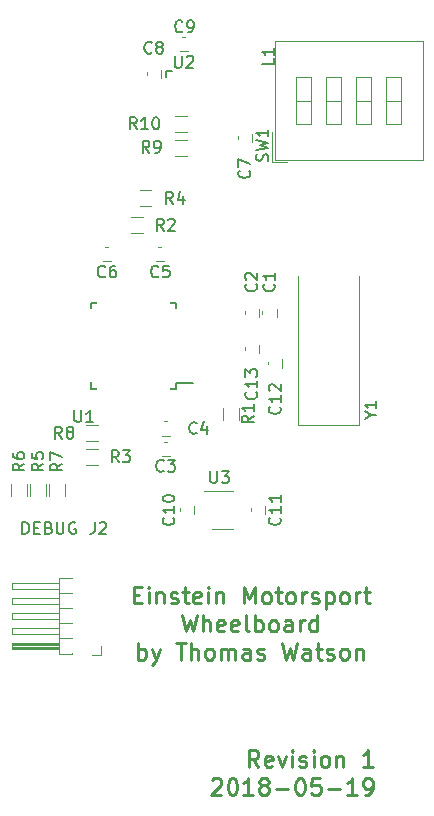
<source format=gto>
G04 #@! TF.FileFunction,Legend,Top*
%FSLAX46Y46*%
G04 Gerber Fmt 4.6, Leading zero omitted, Abs format (unit mm)*
G04 Created by KiCad (PCBNEW 4.0.7) date Saturday, May 19, 2018 'PMt' 08:47:35 PM*
%MOMM*%
%LPD*%
G01*
G04 APERTURE LIST*
%ADD10C,0.100000*%
%ADD11C,0.280000*%
%ADD12C,0.150000*%
%ADD13C,0.120000*%
%ADD14C,6.800000*%
%ADD15R,1.700000X0.650000*%
%ADD16R,0.650000X1.700000*%
%ADD17R,1.150000X1.200000*%
%ADD18R,1.200000X1.150000*%
%ADD19R,1.300000X0.900000*%
%ADD20R,0.900000X1.300000*%
%ADD21R,1.460000X1.050000*%
%ADD22R,2.400000X4.900000*%
%ADD23R,1.400000X1.290000*%
%ADD24R,2.400000X0.730000*%
%ADD25R,0.640000X0.390000*%
%ADD26R,0.980000X2.540000*%
%ADD27C,0.480000*%
%ADD28R,1.400000X1.400000*%
%ADD29O,1.400000X1.400000*%
%ADD30R,2.100000X2.100000*%
%ADD31O,2.100000X2.100000*%
%ADD32R,2.000000X2.000000*%
%ADD33O,2.000000X2.000000*%
G04 APERTURE END LIST*
D10*
D11*
X245066665Y-118643333D02*
X244599999Y-117976667D01*
X244266665Y-118643333D02*
X244266665Y-117243333D01*
X244799999Y-117243333D01*
X244933332Y-117310000D01*
X244999999Y-117376667D01*
X245066665Y-117510000D01*
X245066665Y-117710000D01*
X244999999Y-117843333D01*
X244933332Y-117910000D01*
X244799999Y-117976667D01*
X244266665Y-117976667D01*
X246199999Y-118576667D02*
X246066665Y-118643333D01*
X245799999Y-118643333D01*
X245666665Y-118576667D01*
X245599999Y-118443333D01*
X245599999Y-117910000D01*
X245666665Y-117776667D01*
X245799999Y-117710000D01*
X246066665Y-117710000D01*
X246199999Y-117776667D01*
X246266665Y-117910000D01*
X246266665Y-118043333D01*
X245599999Y-118176667D01*
X246733332Y-117710000D02*
X247066665Y-118643333D01*
X247399999Y-117710000D01*
X247933332Y-118643333D02*
X247933332Y-117710000D01*
X247933332Y-117243333D02*
X247866666Y-117310000D01*
X247933332Y-117376667D01*
X247999999Y-117310000D01*
X247933332Y-117243333D01*
X247933332Y-117376667D01*
X248533333Y-118576667D02*
X248666666Y-118643333D01*
X248933333Y-118643333D01*
X249066666Y-118576667D01*
X249133333Y-118443333D01*
X249133333Y-118376667D01*
X249066666Y-118243333D01*
X248933333Y-118176667D01*
X248733333Y-118176667D01*
X248599999Y-118110000D01*
X248533333Y-117976667D01*
X248533333Y-117910000D01*
X248599999Y-117776667D01*
X248733333Y-117710000D01*
X248933333Y-117710000D01*
X249066666Y-117776667D01*
X249733332Y-118643333D02*
X249733332Y-117710000D01*
X249733332Y-117243333D02*
X249666666Y-117310000D01*
X249733332Y-117376667D01*
X249799999Y-117310000D01*
X249733332Y-117243333D01*
X249733332Y-117376667D01*
X250599999Y-118643333D02*
X250466666Y-118576667D01*
X250399999Y-118510000D01*
X250333333Y-118376667D01*
X250333333Y-117976667D01*
X250399999Y-117843333D01*
X250466666Y-117776667D01*
X250599999Y-117710000D01*
X250799999Y-117710000D01*
X250933333Y-117776667D01*
X250999999Y-117843333D01*
X251066666Y-117976667D01*
X251066666Y-118376667D01*
X250999999Y-118510000D01*
X250933333Y-118576667D01*
X250799999Y-118643333D01*
X250599999Y-118643333D01*
X251666666Y-117710000D02*
X251666666Y-118643333D01*
X251666666Y-117843333D02*
X251733333Y-117776667D01*
X251866666Y-117710000D01*
X252066666Y-117710000D01*
X252200000Y-117776667D01*
X252266666Y-117910000D01*
X252266666Y-118643333D01*
X254733334Y-118643333D02*
X253933334Y-118643333D01*
X254333334Y-118643333D02*
X254333334Y-117243333D01*
X254200000Y-117443333D01*
X254066667Y-117576667D01*
X253933334Y-117643333D01*
X241133337Y-119756667D02*
X241200003Y-119690000D01*
X241333337Y-119623333D01*
X241666670Y-119623333D01*
X241800003Y-119690000D01*
X241866670Y-119756667D01*
X241933337Y-119890000D01*
X241933337Y-120023333D01*
X241866670Y-120223333D01*
X241066670Y-121023333D01*
X241933337Y-121023333D01*
X242800003Y-119623333D02*
X242933336Y-119623333D01*
X243066670Y-119690000D01*
X243133336Y-119756667D01*
X243200003Y-119890000D01*
X243266670Y-120156667D01*
X243266670Y-120490000D01*
X243200003Y-120756667D01*
X243133336Y-120890000D01*
X243066670Y-120956667D01*
X242933336Y-121023333D01*
X242800003Y-121023333D01*
X242666670Y-120956667D01*
X242600003Y-120890000D01*
X242533336Y-120756667D01*
X242466670Y-120490000D01*
X242466670Y-120156667D01*
X242533336Y-119890000D01*
X242600003Y-119756667D01*
X242666670Y-119690000D01*
X242800003Y-119623333D01*
X244600003Y-121023333D02*
X243800003Y-121023333D01*
X244200003Y-121023333D02*
X244200003Y-119623333D01*
X244066669Y-119823333D01*
X243933336Y-119956667D01*
X243800003Y-120023333D01*
X245400002Y-120223333D02*
X245266669Y-120156667D01*
X245200002Y-120090000D01*
X245133336Y-119956667D01*
X245133336Y-119890000D01*
X245200002Y-119756667D01*
X245266669Y-119690000D01*
X245400002Y-119623333D01*
X245666669Y-119623333D01*
X245800002Y-119690000D01*
X245866669Y-119756667D01*
X245933336Y-119890000D01*
X245933336Y-119956667D01*
X245866669Y-120090000D01*
X245800002Y-120156667D01*
X245666669Y-120223333D01*
X245400002Y-120223333D01*
X245266669Y-120290000D01*
X245200002Y-120356667D01*
X245133336Y-120490000D01*
X245133336Y-120756667D01*
X245200002Y-120890000D01*
X245266669Y-120956667D01*
X245400002Y-121023333D01*
X245666669Y-121023333D01*
X245800002Y-120956667D01*
X245866669Y-120890000D01*
X245933336Y-120756667D01*
X245933336Y-120490000D01*
X245866669Y-120356667D01*
X245800002Y-120290000D01*
X245666669Y-120223333D01*
X246533335Y-120490000D02*
X247600002Y-120490000D01*
X248533335Y-119623333D02*
X248666668Y-119623333D01*
X248800002Y-119690000D01*
X248866668Y-119756667D01*
X248933335Y-119890000D01*
X249000002Y-120156667D01*
X249000002Y-120490000D01*
X248933335Y-120756667D01*
X248866668Y-120890000D01*
X248800002Y-120956667D01*
X248666668Y-121023333D01*
X248533335Y-121023333D01*
X248400002Y-120956667D01*
X248333335Y-120890000D01*
X248266668Y-120756667D01*
X248200002Y-120490000D01*
X248200002Y-120156667D01*
X248266668Y-119890000D01*
X248333335Y-119756667D01*
X248400002Y-119690000D01*
X248533335Y-119623333D01*
X250266668Y-119623333D02*
X249600001Y-119623333D01*
X249533335Y-120290000D01*
X249600001Y-120223333D01*
X249733335Y-120156667D01*
X250066668Y-120156667D01*
X250200001Y-120223333D01*
X250266668Y-120290000D01*
X250333335Y-120423333D01*
X250333335Y-120756667D01*
X250266668Y-120890000D01*
X250200001Y-120956667D01*
X250066668Y-121023333D01*
X249733335Y-121023333D01*
X249600001Y-120956667D01*
X249533335Y-120890000D01*
X250933334Y-120490000D02*
X252000001Y-120490000D01*
X253400001Y-121023333D02*
X252600001Y-121023333D01*
X253000001Y-121023333D02*
X253000001Y-119623333D01*
X252866667Y-119823333D01*
X252733334Y-119956667D01*
X252600001Y-120023333D01*
X254066667Y-121023333D02*
X254333334Y-121023333D01*
X254466667Y-120956667D01*
X254533334Y-120890000D01*
X254666667Y-120690000D01*
X254733334Y-120423333D01*
X254733334Y-119890000D01*
X254666667Y-119756667D01*
X254600000Y-119690000D01*
X254466667Y-119623333D01*
X254200000Y-119623333D01*
X254066667Y-119690000D01*
X254000000Y-119756667D01*
X253933334Y-119890000D01*
X253933334Y-120223333D01*
X254000000Y-120356667D01*
X254066667Y-120423333D01*
X254200000Y-120490000D01*
X254466667Y-120490000D01*
X254600000Y-120423333D01*
X254666667Y-120356667D01*
X254733334Y-120223333D01*
X234499998Y-104070000D02*
X234966665Y-104070000D01*
X235166665Y-104803333D02*
X234499998Y-104803333D01*
X234499998Y-103403333D01*
X235166665Y-103403333D01*
X235766665Y-104803333D02*
X235766665Y-103870000D01*
X235766665Y-103403333D02*
X235699999Y-103470000D01*
X235766665Y-103536667D01*
X235833332Y-103470000D01*
X235766665Y-103403333D01*
X235766665Y-103536667D01*
X236433332Y-103870000D02*
X236433332Y-104803333D01*
X236433332Y-104003333D02*
X236499999Y-103936667D01*
X236633332Y-103870000D01*
X236833332Y-103870000D01*
X236966666Y-103936667D01*
X237033332Y-104070000D01*
X237033332Y-104803333D01*
X237633333Y-104736667D02*
X237766666Y-104803333D01*
X238033333Y-104803333D01*
X238166666Y-104736667D01*
X238233333Y-104603333D01*
X238233333Y-104536667D01*
X238166666Y-104403333D01*
X238033333Y-104336667D01*
X237833333Y-104336667D01*
X237699999Y-104270000D01*
X237633333Y-104136667D01*
X237633333Y-104070000D01*
X237699999Y-103936667D01*
X237833333Y-103870000D01*
X238033333Y-103870000D01*
X238166666Y-103936667D01*
X238633332Y-103870000D02*
X239166666Y-103870000D01*
X238833332Y-103403333D02*
X238833332Y-104603333D01*
X238899999Y-104736667D01*
X239033332Y-104803333D01*
X239166666Y-104803333D01*
X240166666Y-104736667D02*
X240033332Y-104803333D01*
X239766666Y-104803333D01*
X239633332Y-104736667D01*
X239566666Y-104603333D01*
X239566666Y-104070000D01*
X239633332Y-103936667D01*
X239766666Y-103870000D01*
X240033332Y-103870000D01*
X240166666Y-103936667D01*
X240233332Y-104070000D01*
X240233332Y-104203333D01*
X239566666Y-104336667D01*
X240833332Y-104803333D02*
X240833332Y-103870000D01*
X240833332Y-103403333D02*
X240766666Y-103470000D01*
X240833332Y-103536667D01*
X240899999Y-103470000D01*
X240833332Y-103403333D01*
X240833332Y-103536667D01*
X241499999Y-103870000D02*
X241499999Y-104803333D01*
X241499999Y-104003333D02*
X241566666Y-103936667D01*
X241699999Y-103870000D01*
X241899999Y-103870000D01*
X242033333Y-103936667D01*
X242099999Y-104070000D01*
X242099999Y-104803333D01*
X243833333Y-104803333D02*
X243833333Y-103403333D01*
X244300000Y-104403333D01*
X244766667Y-103403333D01*
X244766667Y-104803333D01*
X245633333Y-104803333D02*
X245500000Y-104736667D01*
X245433333Y-104670000D01*
X245366667Y-104536667D01*
X245366667Y-104136667D01*
X245433333Y-104003333D01*
X245500000Y-103936667D01*
X245633333Y-103870000D01*
X245833333Y-103870000D01*
X245966667Y-103936667D01*
X246033333Y-104003333D01*
X246100000Y-104136667D01*
X246100000Y-104536667D01*
X246033333Y-104670000D01*
X245966667Y-104736667D01*
X245833333Y-104803333D01*
X245633333Y-104803333D01*
X246500000Y-103870000D02*
X247033334Y-103870000D01*
X246700000Y-103403333D02*
X246700000Y-104603333D01*
X246766667Y-104736667D01*
X246900000Y-104803333D01*
X247033334Y-104803333D01*
X247700000Y-104803333D02*
X247566667Y-104736667D01*
X247500000Y-104670000D01*
X247433334Y-104536667D01*
X247433334Y-104136667D01*
X247500000Y-104003333D01*
X247566667Y-103936667D01*
X247700000Y-103870000D01*
X247900000Y-103870000D01*
X248033334Y-103936667D01*
X248100000Y-104003333D01*
X248166667Y-104136667D01*
X248166667Y-104536667D01*
X248100000Y-104670000D01*
X248033334Y-104736667D01*
X247900000Y-104803333D01*
X247700000Y-104803333D01*
X248766667Y-104803333D02*
X248766667Y-103870000D01*
X248766667Y-104136667D02*
X248833334Y-104003333D01*
X248900001Y-103936667D01*
X249033334Y-103870000D01*
X249166667Y-103870000D01*
X249566668Y-104736667D02*
X249700001Y-104803333D01*
X249966668Y-104803333D01*
X250100001Y-104736667D01*
X250166668Y-104603333D01*
X250166668Y-104536667D01*
X250100001Y-104403333D01*
X249966668Y-104336667D01*
X249766668Y-104336667D01*
X249633334Y-104270000D01*
X249566668Y-104136667D01*
X249566668Y-104070000D01*
X249633334Y-103936667D01*
X249766668Y-103870000D01*
X249966668Y-103870000D01*
X250100001Y-103936667D01*
X250766667Y-103870000D02*
X250766667Y-105270000D01*
X250766667Y-103936667D02*
X250900001Y-103870000D01*
X251166667Y-103870000D01*
X251300001Y-103936667D01*
X251366667Y-104003333D01*
X251433334Y-104136667D01*
X251433334Y-104536667D01*
X251366667Y-104670000D01*
X251300001Y-104736667D01*
X251166667Y-104803333D01*
X250900001Y-104803333D01*
X250766667Y-104736667D01*
X252233334Y-104803333D02*
X252100001Y-104736667D01*
X252033334Y-104670000D01*
X251966668Y-104536667D01*
X251966668Y-104136667D01*
X252033334Y-104003333D01*
X252100001Y-103936667D01*
X252233334Y-103870000D01*
X252433334Y-103870000D01*
X252566668Y-103936667D01*
X252633334Y-104003333D01*
X252700001Y-104136667D01*
X252700001Y-104536667D01*
X252633334Y-104670000D01*
X252566668Y-104736667D01*
X252433334Y-104803333D01*
X252233334Y-104803333D01*
X253300001Y-104803333D02*
X253300001Y-103870000D01*
X253300001Y-104136667D02*
X253366668Y-104003333D01*
X253433335Y-103936667D01*
X253566668Y-103870000D01*
X253700001Y-103870000D01*
X253966668Y-103870000D02*
X254500002Y-103870000D01*
X254166668Y-103403333D02*
X254166668Y-104603333D01*
X254233335Y-104736667D01*
X254366668Y-104803333D01*
X254500002Y-104803333D01*
X238633333Y-105783333D02*
X238966666Y-107183333D01*
X239233333Y-106183333D01*
X239500000Y-107183333D01*
X239833333Y-105783333D01*
X240366666Y-107183333D02*
X240366666Y-105783333D01*
X240966666Y-107183333D02*
X240966666Y-106450000D01*
X240900000Y-106316667D01*
X240766666Y-106250000D01*
X240566666Y-106250000D01*
X240433333Y-106316667D01*
X240366666Y-106383333D01*
X242166667Y-107116667D02*
X242033333Y-107183333D01*
X241766667Y-107183333D01*
X241633333Y-107116667D01*
X241566667Y-106983333D01*
X241566667Y-106450000D01*
X241633333Y-106316667D01*
X241766667Y-106250000D01*
X242033333Y-106250000D01*
X242166667Y-106316667D01*
X242233333Y-106450000D01*
X242233333Y-106583333D01*
X241566667Y-106716667D01*
X243366667Y-107116667D02*
X243233333Y-107183333D01*
X242966667Y-107183333D01*
X242833333Y-107116667D01*
X242766667Y-106983333D01*
X242766667Y-106450000D01*
X242833333Y-106316667D01*
X242966667Y-106250000D01*
X243233333Y-106250000D01*
X243366667Y-106316667D01*
X243433333Y-106450000D01*
X243433333Y-106583333D01*
X242766667Y-106716667D01*
X244233333Y-107183333D02*
X244100000Y-107116667D01*
X244033333Y-106983333D01*
X244033333Y-105783333D01*
X244766666Y-107183333D02*
X244766666Y-105783333D01*
X244766666Y-106316667D02*
X244900000Y-106250000D01*
X245166666Y-106250000D01*
X245300000Y-106316667D01*
X245366666Y-106383333D01*
X245433333Y-106516667D01*
X245433333Y-106916667D01*
X245366666Y-107050000D01*
X245300000Y-107116667D01*
X245166666Y-107183333D01*
X244900000Y-107183333D01*
X244766666Y-107116667D01*
X246233333Y-107183333D02*
X246100000Y-107116667D01*
X246033333Y-107050000D01*
X245966667Y-106916667D01*
X245966667Y-106516667D01*
X246033333Y-106383333D01*
X246100000Y-106316667D01*
X246233333Y-106250000D01*
X246433333Y-106250000D01*
X246566667Y-106316667D01*
X246633333Y-106383333D01*
X246700000Y-106516667D01*
X246700000Y-106916667D01*
X246633333Y-107050000D01*
X246566667Y-107116667D01*
X246433333Y-107183333D01*
X246233333Y-107183333D01*
X247900000Y-107183333D02*
X247900000Y-106450000D01*
X247833334Y-106316667D01*
X247700000Y-106250000D01*
X247433334Y-106250000D01*
X247300000Y-106316667D01*
X247900000Y-107116667D02*
X247766667Y-107183333D01*
X247433334Y-107183333D01*
X247300000Y-107116667D01*
X247233334Y-106983333D01*
X247233334Y-106850000D01*
X247300000Y-106716667D01*
X247433334Y-106650000D01*
X247766667Y-106650000D01*
X247900000Y-106583333D01*
X248566667Y-107183333D02*
X248566667Y-106250000D01*
X248566667Y-106516667D02*
X248633334Y-106383333D01*
X248700001Y-106316667D01*
X248833334Y-106250000D01*
X248966667Y-106250000D01*
X250033334Y-107183333D02*
X250033334Y-105783333D01*
X250033334Y-107116667D02*
X249900001Y-107183333D01*
X249633334Y-107183333D01*
X249500001Y-107116667D01*
X249433334Y-107050000D01*
X249366668Y-106916667D01*
X249366668Y-106516667D01*
X249433334Y-106383333D01*
X249500001Y-106316667D01*
X249633334Y-106250000D01*
X249900001Y-106250000D01*
X250033334Y-106316667D01*
X234899998Y-109563333D02*
X234899998Y-108163333D01*
X234899998Y-108696667D02*
X235033332Y-108630000D01*
X235299998Y-108630000D01*
X235433332Y-108696667D01*
X235499998Y-108763333D01*
X235566665Y-108896667D01*
X235566665Y-109296667D01*
X235499998Y-109430000D01*
X235433332Y-109496667D01*
X235299998Y-109563333D01*
X235033332Y-109563333D01*
X234899998Y-109496667D01*
X236033332Y-108630000D02*
X236366665Y-109563333D01*
X236699999Y-108630000D02*
X236366665Y-109563333D01*
X236233332Y-109896667D01*
X236166665Y-109963333D01*
X236033332Y-110030000D01*
X238099999Y-108163333D02*
X238899999Y-108163333D01*
X238499999Y-109563333D02*
X238499999Y-108163333D01*
X239366666Y-109563333D02*
X239366666Y-108163333D01*
X239966666Y-109563333D02*
X239966666Y-108830000D01*
X239900000Y-108696667D01*
X239766666Y-108630000D01*
X239566666Y-108630000D01*
X239433333Y-108696667D01*
X239366666Y-108763333D01*
X240833333Y-109563333D02*
X240700000Y-109496667D01*
X240633333Y-109430000D01*
X240566667Y-109296667D01*
X240566667Y-108896667D01*
X240633333Y-108763333D01*
X240700000Y-108696667D01*
X240833333Y-108630000D01*
X241033333Y-108630000D01*
X241166667Y-108696667D01*
X241233333Y-108763333D01*
X241300000Y-108896667D01*
X241300000Y-109296667D01*
X241233333Y-109430000D01*
X241166667Y-109496667D01*
X241033333Y-109563333D01*
X240833333Y-109563333D01*
X241900000Y-109563333D02*
X241900000Y-108630000D01*
X241900000Y-108763333D02*
X241966667Y-108696667D01*
X242100000Y-108630000D01*
X242300000Y-108630000D01*
X242433334Y-108696667D01*
X242500000Y-108830000D01*
X242500000Y-109563333D01*
X242500000Y-108830000D02*
X242566667Y-108696667D01*
X242700000Y-108630000D01*
X242900000Y-108630000D01*
X243033334Y-108696667D01*
X243100000Y-108830000D01*
X243100000Y-109563333D01*
X244366667Y-109563333D02*
X244366667Y-108830000D01*
X244300001Y-108696667D01*
X244166667Y-108630000D01*
X243900001Y-108630000D01*
X243766667Y-108696667D01*
X244366667Y-109496667D02*
X244233334Y-109563333D01*
X243900001Y-109563333D01*
X243766667Y-109496667D01*
X243700001Y-109363333D01*
X243700001Y-109230000D01*
X243766667Y-109096667D01*
X243900001Y-109030000D01*
X244233334Y-109030000D01*
X244366667Y-108963333D01*
X244966668Y-109496667D02*
X245100001Y-109563333D01*
X245366668Y-109563333D01*
X245500001Y-109496667D01*
X245566668Y-109363333D01*
X245566668Y-109296667D01*
X245500001Y-109163333D01*
X245366668Y-109096667D01*
X245166668Y-109096667D01*
X245033334Y-109030000D01*
X244966668Y-108896667D01*
X244966668Y-108830000D01*
X245033334Y-108696667D01*
X245166668Y-108630000D01*
X245366668Y-108630000D01*
X245500001Y-108696667D01*
X247100001Y-108163333D02*
X247433334Y-109563333D01*
X247700001Y-108563333D01*
X247966668Y-109563333D01*
X248300001Y-108163333D01*
X249433334Y-109563333D02*
X249433334Y-108830000D01*
X249366668Y-108696667D01*
X249233334Y-108630000D01*
X248966668Y-108630000D01*
X248833334Y-108696667D01*
X249433334Y-109496667D02*
X249300001Y-109563333D01*
X248966668Y-109563333D01*
X248833334Y-109496667D01*
X248766668Y-109363333D01*
X248766668Y-109230000D01*
X248833334Y-109096667D01*
X248966668Y-109030000D01*
X249300001Y-109030000D01*
X249433334Y-108963333D01*
X249900001Y-108630000D02*
X250433335Y-108630000D01*
X250100001Y-108163333D02*
X250100001Y-109363333D01*
X250166668Y-109496667D01*
X250300001Y-109563333D01*
X250433335Y-109563333D01*
X250833335Y-109496667D02*
X250966668Y-109563333D01*
X251233335Y-109563333D01*
X251366668Y-109496667D01*
X251433335Y-109363333D01*
X251433335Y-109296667D01*
X251366668Y-109163333D01*
X251233335Y-109096667D01*
X251033335Y-109096667D01*
X250900001Y-109030000D01*
X250833335Y-108896667D01*
X250833335Y-108830000D01*
X250900001Y-108696667D01*
X251033335Y-108630000D01*
X251233335Y-108630000D01*
X251366668Y-108696667D01*
X252233334Y-109563333D02*
X252100001Y-109496667D01*
X252033334Y-109430000D01*
X251966668Y-109296667D01*
X251966668Y-108896667D01*
X252033334Y-108763333D01*
X252100001Y-108696667D01*
X252233334Y-108630000D01*
X252433334Y-108630000D01*
X252566668Y-108696667D01*
X252633334Y-108763333D01*
X252700001Y-108896667D01*
X252700001Y-109296667D01*
X252633334Y-109430000D01*
X252566668Y-109496667D01*
X252433334Y-109563333D01*
X252233334Y-109563333D01*
X253300001Y-108630000D02*
X253300001Y-109563333D01*
X253300001Y-108763333D02*
X253366668Y-108696667D01*
X253500001Y-108630000D01*
X253700001Y-108630000D01*
X253833335Y-108696667D01*
X253900001Y-108830000D01*
X253900001Y-109563333D01*
D12*
X238125000Y-86625000D02*
X238125000Y-86175000D01*
X230875000Y-86625000D02*
X230875000Y-86100000D01*
X230875000Y-79375000D02*
X230875000Y-79900000D01*
X238125000Y-79375000D02*
X238125000Y-79900000D01*
X238125000Y-86625000D02*
X237600000Y-86625000D01*
X238125000Y-79375000D02*
X237600000Y-79375000D01*
X230875000Y-79375000D02*
X231400000Y-79375000D01*
X230875000Y-86625000D02*
X231400000Y-86625000D01*
X238125000Y-86175000D02*
X239500000Y-86175000D01*
D13*
X246600000Y-79900000D02*
X246600000Y-80600000D01*
X245400000Y-80600000D02*
X245400000Y-79900000D01*
X245100000Y-79900000D02*
X245100000Y-80600000D01*
X243900000Y-80600000D02*
X243900000Y-79900000D01*
X237600000Y-92350000D02*
X236900000Y-92350000D01*
X236900000Y-91150000D02*
X237600000Y-91150000D01*
X237600000Y-90600000D02*
X236900000Y-90600000D01*
X236900000Y-89400000D02*
X237600000Y-89400000D01*
X237100000Y-75850000D02*
X236400000Y-75850000D01*
X236400000Y-74650000D02*
X237100000Y-74650000D01*
X231900000Y-74650000D02*
X232600000Y-74650000D01*
X232600000Y-75850000D02*
X231900000Y-75850000D01*
X243320000Y-65750000D02*
X243320000Y-65050000D01*
X244520000Y-65050000D02*
X244520000Y-65750000D01*
X236800000Y-59650000D02*
X236800000Y-60350000D01*
X235600000Y-60350000D02*
X235600000Y-59650000D01*
X238400000Y-56850000D02*
X239100000Y-56850000D01*
X239100000Y-58050000D02*
X238400000Y-58050000D01*
X238400000Y-97250000D02*
X238400000Y-96550000D01*
X239600000Y-96550000D02*
X239600000Y-97250000D01*
X244400000Y-97250000D02*
X244400000Y-96550000D01*
X245600000Y-96550000D02*
X245600000Y-97250000D01*
X247100000Y-84150000D02*
X247100000Y-84850000D01*
X245900000Y-84850000D02*
X245900000Y-84150000D01*
X245100000Y-82900000D02*
X245100000Y-83600000D01*
X243900000Y-83600000D02*
X243900000Y-82900000D01*
X242070000Y-89250000D02*
X242070000Y-88250000D01*
X243430000Y-88250000D02*
X243430000Y-89250000D01*
X234250000Y-72070000D02*
X235250000Y-72070000D01*
X235250000Y-73430000D02*
X234250000Y-73430000D01*
X230500000Y-91720000D02*
X231500000Y-91720000D01*
X231500000Y-93080000D02*
X230500000Y-93080000D01*
X235000000Y-69820000D02*
X236000000Y-69820000D01*
X236000000Y-71180000D02*
X235000000Y-71180000D01*
X227080000Y-94700000D02*
X227080000Y-95700000D01*
X225720000Y-95700000D02*
X225720000Y-94700000D01*
X224120000Y-95700000D02*
X224120000Y-94700000D01*
X225480000Y-94700000D02*
X225480000Y-95700000D01*
X227320000Y-95700000D02*
X227320000Y-94700000D01*
X228680000Y-94700000D02*
X228680000Y-95700000D01*
X230500000Y-89720000D02*
X231500000Y-89720000D01*
X231500000Y-91080000D02*
X230500000Y-91080000D01*
X238000000Y-65570000D02*
X239000000Y-65570000D01*
X239000000Y-66930000D02*
X238000000Y-66930000D01*
X239000000Y-64930000D02*
X238000000Y-64930000D01*
X238000000Y-63570000D02*
X239000000Y-63570000D01*
X241100000Y-98510000D02*
X242900000Y-98510000D01*
X242900000Y-95290000D02*
X240450000Y-95290000D01*
X248450000Y-77100000D02*
X248450000Y-89700000D01*
X248450000Y-89700000D02*
X253550000Y-89700000D01*
X253550000Y-89700000D02*
X253550000Y-77100000D01*
D12*
X237250000Y-59750000D02*
X237750000Y-59750000D01*
X237250000Y-60250000D02*
X237250000Y-59750000D01*
D13*
X229280000Y-109029677D02*
X229280000Y-109105000D01*
X229280000Y-109105000D02*
X228160000Y-109105000D01*
X228160000Y-109105000D02*
X228160000Y-102635000D01*
X228160000Y-102635000D02*
X229280000Y-102635000D01*
X229280000Y-102635000D02*
X229280000Y-102710323D01*
X228160000Y-108670000D02*
X224160000Y-108670000D01*
X224160000Y-108670000D02*
X224160000Y-108150000D01*
X224160000Y-108150000D02*
X228160000Y-108150000D01*
X228160000Y-108610000D02*
X224160000Y-108610000D01*
X228160000Y-108490000D02*
X224160000Y-108490000D01*
X228160000Y-108370000D02*
X224160000Y-108370000D01*
X228160000Y-108250000D02*
X224160000Y-108250000D01*
X229280000Y-107775000D02*
X228160000Y-107775000D01*
X229280000Y-107790323D02*
X229280000Y-107759677D01*
X228160000Y-107400000D02*
X224160000Y-107400000D01*
X224160000Y-107400000D02*
X224160000Y-106880000D01*
X224160000Y-106880000D02*
X228160000Y-106880000D01*
X229280000Y-106505000D02*
X228160000Y-106505000D01*
X229280000Y-106520323D02*
X229280000Y-106489677D01*
X228160000Y-106130000D02*
X224160000Y-106130000D01*
X224160000Y-106130000D02*
X224160000Y-105610000D01*
X224160000Y-105610000D02*
X228160000Y-105610000D01*
X229280000Y-105235000D02*
X228160000Y-105235000D01*
X229280000Y-105250323D02*
X229280000Y-105219677D01*
X228160000Y-104860000D02*
X224160000Y-104860000D01*
X224160000Y-104860000D02*
X224160000Y-104340000D01*
X224160000Y-104340000D02*
X228160000Y-104340000D01*
X229280000Y-103965000D02*
X228160000Y-103965000D01*
X229280000Y-103980323D02*
X229280000Y-103949677D01*
X228160000Y-103590000D02*
X224160000Y-103590000D01*
X224160000Y-103590000D02*
X224160000Y-103070000D01*
X224160000Y-103070000D02*
X228160000Y-103070000D01*
X231750000Y-108410000D02*
X231750000Y-109170000D01*
X231750000Y-109170000D02*
X230990000Y-109170000D01*
X246240000Y-67440000D02*
X247510000Y-67440000D01*
X246240000Y-67440000D02*
X246240000Y-64900000D01*
X246440000Y-67240000D02*
X246440000Y-57220000D01*
X246440000Y-57220000D02*
X259020000Y-57220000D01*
X259020000Y-57220000D02*
X259020000Y-67240000D01*
X259020000Y-67240000D02*
X246440000Y-67240000D01*
X248285000Y-64260000D02*
X249555000Y-64260000D01*
X249555000Y-64260000D02*
X249555000Y-60200000D01*
X249555000Y-60200000D02*
X248285000Y-60200000D01*
X248285000Y-60200000D02*
X248285000Y-64260000D01*
X248285000Y-62230000D02*
X249555000Y-62230000D01*
X250825000Y-64260000D02*
X252095000Y-64260000D01*
X252095000Y-64260000D02*
X252095000Y-60200000D01*
X252095000Y-60200000D02*
X250825000Y-60200000D01*
X250825000Y-60200000D02*
X250825000Y-64260000D01*
X250825000Y-62230000D02*
X252095000Y-62230000D01*
X253365000Y-64260000D02*
X254635000Y-64260000D01*
X254635000Y-64260000D02*
X254635000Y-60200000D01*
X254635000Y-60200000D02*
X253365000Y-60200000D01*
X253365000Y-60200000D02*
X253365000Y-64260000D01*
X253365000Y-62230000D02*
X254635000Y-62230000D01*
X255905000Y-64260000D02*
X257175000Y-64260000D01*
X257175000Y-64260000D02*
X257175000Y-60200000D01*
X257175000Y-60200000D02*
X255905000Y-60200000D01*
X255905000Y-60200000D02*
X255905000Y-64260000D01*
X255905000Y-62230000D02*
X257175000Y-62230000D01*
D12*
X229488095Y-88452381D02*
X229488095Y-89261905D01*
X229535714Y-89357143D01*
X229583333Y-89404762D01*
X229678571Y-89452381D01*
X229869048Y-89452381D01*
X229964286Y-89404762D01*
X230011905Y-89357143D01*
X230059524Y-89261905D01*
X230059524Y-88452381D01*
X231059524Y-89452381D02*
X230488095Y-89452381D01*
X230773809Y-89452381D02*
X230773809Y-88452381D01*
X230678571Y-88595238D01*
X230583333Y-88690476D01*
X230488095Y-88738095D01*
X246357143Y-77766666D02*
X246404762Y-77814285D01*
X246452381Y-77957142D01*
X246452381Y-78052380D01*
X246404762Y-78195238D01*
X246309524Y-78290476D01*
X246214286Y-78338095D01*
X246023810Y-78385714D01*
X245880952Y-78385714D01*
X245690476Y-78338095D01*
X245595238Y-78290476D01*
X245500000Y-78195238D01*
X245452381Y-78052380D01*
X245452381Y-77957142D01*
X245500000Y-77814285D01*
X245547619Y-77766666D01*
X246452381Y-76814285D02*
X246452381Y-77385714D01*
X246452381Y-77100000D02*
X245452381Y-77100000D01*
X245595238Y-77195238D01*
X245690476Y-77290476D01*
X245738095Y-77385714D01*
X244857143Y-77766666D02*
X244904762Y-77814285D01*
X244952381Y-77957142D01*
X244952381Y-78052380D01*
X244904762Y-78195238D01*
X244809524Y-78290476D01*
X244714286Y-78338095D01*
X244523810Y-78385714D01*
X244380952Y-78385714D01*
X244190476Y-78338095D01*
X244095238Y-78290476D01*
X244000000Y-78195238D01*
X243952381Y-78052380D01*
X243952381Y-77957142D01*
X244000000Y-77814285D01*
X244047619Y-77766666D01*
X244047619Y-77385714D02*
X244000000Y-77338095D01*
X243952381Y-77242857D01*
X243952381Y-77004761D01*
X244000000Y-76909523D01*
X244047619Y-76861904D01*
X244142857Y-76814285D01*
X244238095Y-76814285D01*
X244380952Y-76861904D01*
X244952381Y-77433333D01*
X244952381Y-76814285D01*
X237033334Y-93557143D02*
X236985715Y-93604762D01*
X236842858Y-93652381D01*
X236747620Y-93652381D01*
X236604762Y-93604762D01*
X236509524Y-93509524D01*
X236461905Y-93414286D01*
X236414286Y-93223810D01*
X236414286Y-93080952D01*
X236461905Y-92890476D01*
X236509524Y-92795238D01*
X236604762Y-92700000D01*
X236747620Y-92652381D01*
X236842858Y-92652381D01*
X236985715Y-92700000D01*
X237033334Y-92747619D01*
X237366667Y-92652381D02*
X237985715Y-92652381D01*
X237652381Y-93033333D01*
X237795239Y-93033333D01*
X237890477Y-93080952D01*
X237938096Y-93128571D01*
X237985715Y-93223810D01*
X237985715Y-93461905D01*
X237938096Y-93557143D01*
X237890477Y-93604762D01*
X237795239Y-93652381D01*
X237509524Y-93652381D01*
X237414286Y-93604762D01*
X237366667Y-93557143D01*
X239833334Y-90357143D02*
X239785715Y-90404762D01*
X239642858Y-90452381D01*
X239547620Y-90452381D01*
X239404762Y-90404762D01*
X239309524Y-90309524D01*
X239261905Y-90214286D01*
X239214286Y-90023810D01*
X239214286Y-89880952D01*
X239261905Y-89690476D01*
X239309524Y-89595238D01*
X239404762Y-89500000D01*
X239547620Y-89452381D01*
X239642858Y-89452381D01*
X239785715Y-89500000D01*
X239833334Y-89547619D01*
X240690477Y-89785714D02*
X240690477Y-90452381D01*
X240452381Y-89404762D02*
X240214286Y-90119048D01*
X240833334Y-90119048D01*
X236583334Y-77107143D02*
X236535715Y-77154762D01*
X236392858Y-77202381D01*
X236297620Y-77202381D01*
X236154762Y-77154762D01*
X236059524Y-77059524D01*
X236011905Y-76964286D01*
X235964286Y-76773810D01*
X235964286Y-76630952D01*
X236011905Y-76440476D01*
X236059524Y-76345238D01*
X236154762Y-76250000D01*
X236297620Y-76202381D01*
X236392858Y-76202381D01*
X236535715Y-76250000D01*
X236583334Y-76297619D01*
X237488096Y-76202381D02*
X237011905Y-76202381D01*
X236964286Y-76678571D01*
X237011905Y-76630952D01*
X237107143Y-76583333D01*
X237345239Y-76583333D01*
X237440477Y-76630952D01*
X237488096Y-76678571D01*
X237535715Y-76773810D01*
X237535715Y-77011905D01*
X237488096Y-77107143D01*
X237440477Y-77154762D01*
X237345239Y-77202381D01*
X237107143Y-77202381D01*
X237011905Y-77154762D01*
X236964286Y-77107143D01*
X232083334Y-77107143D02*
X232035715Y-77154762D01*
X231892858Y-77202381D01*
X231797620Y-77202381D01*
X231654762Y-77154762D01*
X231559524Y-77059524D01*
X231511905Y-76964286D01*
X231464286Y-76773810D01*
X231464286Y-76630952D01*
X231511905Y-76440476D01*
X231559524Y-76345238D01*
X231654762Y-76250000D01*
X231797620Y-76202381D01*
X231892858Y-76202381D01*
X232035715Y-76250000D01*
X232083334Y-76297619D01*
X232940477Y-76202381D02*
X232750000Y-76202381D01*
X232654762Y-76250000D01*
X232607143Y-76297619D01*
X232511905Y-76440476D01*
X232464286Y-76630952D01*
X232464286Y-77011905D01*
X232511905Y-77107143D01*
X232559524Y-77154762D01*
X232654762Y-77202381D01*
X232845239Y-77202381D01*
X232940477Y-77154762D01*
X232988096Y-77107143D01*
X233035715Y-77011905D01*
X233035715Y-76773810D01*
X232988096Y-76678571D01*
X232940477Y-76630952D01*
X232845239Y-76583333D01*
X232654762Y-76583333D01*
X232559524Y-76630952D01*
X232511905Y-76678571D01*
X232464286Y-76773810D01*
X244277143Y-68166666D02*
X244324762Y-68214285D01*
X244372381Y-68357142D01*
X244372381Y-68452380D01*
X244324762Y-68595238D01*
X244229524Y-68690476D01*
X244134286Y-68738095D01*
X243943810Y-68785714D01*
X243800952Y-68785714D01*
X243610476Y-68738095D01*
X243515238Y-68690476D01*
X243420000Y-68595238D01*
X243372381Y-68452380D01*
X243372381Y-68357142D01*
X243420000Y-68214285D01*
X243467619Y-68166666D01*
X243372381Y-67833333D02*
X243372381Y-67166666D01*
X244372381Y-67595238D01*
X236033334Y-58157143D02*
X235985715Y-58204762D01*
X235842858Y-58252381D01*
X235747620Y-58252381D01*
X235604762Y-58204762D01*
X235509524Y-58109524D01*
X235461905Y-58014286D01*
X235414286Y-57823810D01*
X235414286Y-57680952D01*
X235461905Y-57490476D01*
X235509524Y-57395238D01*
X235604762Y-57300000D01*
X235747620Y-57252381D01*
X235842858Y-57252381D01*
X235985715Y-57300000D01*
X236033334Y-57347619D01*
X236604762Y-57680952D02*
X236509524Y-57633333D01*
X236461905Y-57585714D01*
X236414286Y-57490476D01*
X236414286Y-57442857D01*
X236461905Y-57347619D01*
X236509524Y-57300000D01*
X236604762Y-57252381D01*
X236795239Y-57252381D01*
X236890477Y-57300000D01*
X236938096Y-57347619D01*
X236985715Y-57442857D01*
X236985715Y-57490476D01*
X236938096Y-57585714D01*
X236890477Y-57633333D01*
X236795239Y-57680952D01*
X236604762Y-57680952D01*
X236509524Y-57728571D01*
X236461905Y-57776190D01*
X236414286Y-57871429D01*
X236414286Y-58061905D01*
X236461905Y-58157143D01*
X236509524Y-58204762D01*
X236604762Y-58252381D01*
X236795239Y-58252381D01*
X236890477Y-58204762D01*
X236938096Y-58157143D01*
X236985715Y-58061905D01*
X236985715Y-57871429D01*
X236938096Y-57776190D01*
X236890477Y-57728571D01*
X236795239Y-57680952D01*
X238633334Y-56357143D02*
X238585715Y-56404762D01*
X238442858Y-56452381D01*
X238347620Y-56452381D01*
X238204762Y-56404762D01*
X238109524Y-56309524D01*
X238061905Y-56214286D01*
X238014286Y-56023810D01*
X238014286Y-55880952D01*
X238061905Y-55690476D01*
X238109524Y-55595238D01*
X238204762Y-55500000D01*
X238347620Y-55452381D01*
X238442858Y-55452381D01*
X238585715Y-55500000D01*
X238633334Y-55547619D01*
X239109524Y-56452381D02*
X239300000Y-56452381D01*
X239395239Y-56404762D01*
X239442858Y-56357143D01*
X239538096Y-56214286D01*
X239585715Y-56023810D01*
X239585715Y-55642857D01*
X239538096Y-55547619D01*
X239490477Y-55500000D01*
X239395239Y-55452381D01*
X239204762Y-55452381D01*
X239109524Y-55500000D01*
X239061905Y-55547619D01*
X239014286Y-55642857D01*
X239014286Y-55880952D01*
X239061905Y-55976190D01*
X239109524Y-56023810D01*
X239204762Y-56071429D01*
X239395239Y-56071429D01*
X239490477Y-56023810D01*
X239538096Y-55976190D01*
X239585715Y-55880952D01*
X237857143Y-97542857D02*
X237904762Y-97590476D01*
X237952381Y-97733333D01*
X237952381Y-97828571D01*
X237904762Y-97971429D01*
X237809524Y-98066667D01*
X237714286Y-98114286D01*
X237523810Y-98161905D01*
X237380952Y-98161905D01*
X237190476Y-98114286D01*
X237095238Y-98066667D01*
X237000000Y-97971429D01*
X236952381Y-97828571D01*
X236952381Y-97733333D01*
X237000000Y-97590476D01*
X237047619Y-97542857D01*
X237952381Y-96590476D02*
X237952381Y-97161905D01*
X237952381Y-96876191D02*
X236952381Y-96876191D01*
X237095238Y-96971429D01*
X237190476Y-97066667D01*
X237238095Y-97161905D01*
X236952381Y-95971429D02*
X236952381Y-95876190D01*
X237000000Y-95780952D01*
X237047619Y-95733333D01*
X237142857Y-95685714D01*
X237333333Y-95638095D01*
X237571429Y-95638095D01*
X237761905Y-95685714D01*
X237857143Y-95733333D01*
X237904762Y-95780952D01*
X237952381Y-95876190D01*
X237952381Y-95971429D01*
X237904762Y-96066667D01*
X237857143Y-96114286D01*
X237761905Y-96161905D01*
X237571429Y-96209524D01*
X237333333Y-96209524D01*
X237142857Y-96161905D01*
X237047619Y-96114286D01*
X237000000Y-96066667D01*
X236952381Y-95971429D01*
X246857143Y-97542857D02*
X246904762Y-97590476D01*
X246952381Y-97733333D01*
X246952381Y-97828571D01*
X246904762Y-97971429D01*
X246809524Y-98066667D01*
X246714286Y-98114286D01*
X246523810Y-98161905D01*
X246380952Y-98161905D01*
X246190476Y-98114286D01*
X246095238Y-98066667D01*
X246000000Y-97971429D01*
X245952381Y-97828571D01*
X245952381Y-97733333D01*
X246000000Y-97590476D01*
X246047619Y-97542857D01*
X246952381Y-96590476D02*
X246952381Y-97161905D01*
X246952381Y-96876191D02*
X245952381Y-96876191D01*
X246095238Y-96971429D01*
X246190476Y-97066667D01*
X246238095Y-97161905D01*
X246952381Y-95638095D02*
X246952381Y-96209524D01*
X246952381Y-95923810D02*
X245952381Y-95923810D01*
X246095238Y-96019048D01*
X246190476Y-96114286D01*
X246238095Y-96209524D01*
X246857143Y-88142857D02*
X246904762Y-88190476D01*
X246952381Y-88333333D01*
X246952381Y-88428571D01*
X246904762Y-88571429D01*
X246809524Y-88666667D01*
X246714286Y-88714286D01*
X246523810Y-88761905D01*
X246380952Y-88761905D01*
X246190476Y-88714286D01*
X246095238Y-88666667D01*
X246000000Y-88571429D01*
X245952381Y-88428571D01*
X245952381Y-88333333D01*
X246000000Y-88190476D01*
X246047619Y-88142857D01*
X246952381Y-87190476D02*
X246952381Y-87761905D01*
X246952381Y-87476191D02*
X245952381Y-87476191D01*
X246095238Y-87571429D01*
X246190476Y-87666667D01*
X246238095Y-87761905D01*
X246047619Y-86809524D02*
X246000000Y-86761905D01*
X245952381Y-86666667D01*
X245952381Y-86428571D01*
X246000000Y-86333333D01*
X246047619Y-86285714D01*
X246142857Y-86238095D01*
X246238095Y-86238095D01*
X246380952Y-86285714D01*
X246952381Y-86857143D01*
X246952381Y-86238095D01*
X244857143Y-86892857D02*
X244904762Y-86940476D01*
X244952381Y-87083333D01*
X244952381Y-87178571D01*
X244904762Y-87321429D01*
X244809524Y-87416667D01*
X244714286Y-87464286D01*
X244523810Y-87511905D01*
X244380952Y-87511905D01*
X244190476Y-87464286D01*
X244095238Y-87416667D01*
X244000000Y-87321429D01*
X243952381Y-87178571D01*
X243952381Y-87083333D01*
X244000000Y-86940476D01*
X244047619Y-86892857D01*
X244952381Y-85940476D02*
X244952381Y-86511905D01*
X244952381Y-86226191D02*
X243952381Y-86226191D01*
X244095238Y-86321429D01*
X244190476Y-86416667D01*
X244238095Y-86511905D01*
X243952381Y-85607143D02*
X243952381Y-84988095D01*
X244333333Y-85321429D01*
X244333333Y-85178571D01*
X244380952Y-85083333D01*
X244428571Y-85035714D01*
X244523810Y-84988095D01*
X244761905Y-84988095D01*
X244857143Y-85035714D01*
X244904762Y-85083333D01*
X244952381Y-85178571D01*
X244952381Y-85464286D01*
X244904762Y-85559524D01*
X244857143Y-85607143D01*
X244652381Y-88916666D02*
X244176190Y-89250000D01*
X244652381Y-89488095D02*
X243652381Y-89488095D01*
X243652381Y-89107142D01*
X243700000Y-89011904D01*
X243747619Y-88964285D01*
X243842857Y-88916666D01*
X243985714Y-88916666D01*
X244080952Y-88964285D01*
X244128571Y-89011904D01*
X244176190Y-89107142D01*
X244176190Y-89488095D01*
X244652381Y-87964285D02*
X244652381Y-88535714D01*
X244652381Y-88250000D02*
X243652381Y-88250000D01*
X243795238Y-88345238D01*
X243890476Y-88440476D01*
X243938095Y-88535714D01*
X237033334Y-73252381D02*
X236700000Y-72776190D01*
X236461905Y-73252381D02*
X236461905Y-72252381D01*
X236842858Y-72252381D01*
X236938096Y-72300000D01*
X236985715Y-72347619D01*
X237033334Y-72442857D01*
X237033334Y-72585714D01*
X236985715Y-72680952D01*
X236938096Y-72728571D01*
X236842858Y-72776190D01*
X236461905Y-72776190D01*
X237414286Y-72347619D02*
X237461905Y-72300000D01*
X237557143Y-72252381D01*
X237795239Y-72252381D01*
X237890477Y-72300000D01*
X237938096Y-72347619D01*
X237985715Y-72442857D01*
X237985715Y-72538095D01*
X237938096Y-72680952D01*
X237366667Y-73252381D01*
X237985715Y-73252381D01*
X233233334Y-92852381D02*
X232900000Y-92376190D01*
X232661905Y-92852381D02*
X232661905Y-91852381D01*
X233042858Y-91852381D01*
X233138096Y-91900000D01*
X233185715Y-91947619D01*
X233233334Y-92042857D01*
X233233334Y-92185714D01*
X233185715Y-92280952D01*
X233138096Y-92328571D01*
X233042858Y-92376190D01*
X232661905Y-92376190D01*
X233566667Y-91852381D02*
X234185715Y-91852381D01*
X233852381Y-92233333D01*
X233995239Y-92233333D01*
X234090477Y-92280952D01*
X234138096Y-92328571D01*
X234185715Y-92423810D01*
X234185715Y-92661905D01*
X234138096Y-92757143D01*
X234090477Y-92804762D01*
X233995239Y-92852381D01*
X233709524Y-92852381D01*
X233614286Y-92804762D01*
X233566667Y-92757143D01*
X237833334Y-70952381D02*
X237500000Y-70476190D01*
X237261905Y-70952381D02*
X237261905Y-69952381D01*
X237642858Y-69952381D01*
X237738096Y-70000000D01*
X237785715Y-70047619D01*
X237833334Y-70142857D01*
X237833334Y-70285714D01*
X237785715Y-70380952D01*
X237738096Y-70428571D01*
X237642858Y-70476190D01*
X237261905Y-70476190D01*
X238690477Y-70285714D02*
X238690477Y-70952381D01*
X238452381Y-69904762D02*
X238214286Y-70619048D01*
X238833334Y-70619048D01*
X226852381Y-92966666D02*
X226376190Y-93300000D01*
X226852381Y-93538095D02*
X225852381Y-93538095D01*
X225852381Y-93157142D01*
X225900000Y-93061904D01*
X225947619Y-93014285D01*
X226042857Y-92966666D01*
X226185714Y-92966666D01*
X226280952Y-93014285D01*
X226328571Y-93061904D01*
X226376190Y-93157142D01*
X226376190Y-93538095D01*
X225852381Y-92061904D02*
X225852381Y-92538095D01*
X226328571Y-92585714D01*
X226280952Y-92538095D01*
X226233333Y-92442857D01*
X226233333Y-92204761D01*
X226280952Y-92109523D01*
X226328571Y-92061904D01*
X226423810Y-92014285D01*
X226661905Y-92014285D01*
X226757143Y-92061904D01*
X226804762Y-92109523D01*
X226852381Y-92204761D01*
X226852381Y-92442857D01*
X226804762Y-92538095D01*
X226757143Y-92585714D01*
X225252381Y-92966666D02*
X224776190Y-93300000D01*
X225252381Y-93538095D02*
X224252381Y-93538095D01*
X224252381Y-93157142D01*
X224300000Y-93061904D01*
X224347619Y-93014285D01*
X224442857Y-92966666D01*
X224585714Y-92966666D01*
X224680952Y-93014285D01*
X224728571Y-93061904D01*
X224776190Y-93157142D01*
X224776190Y-93538095D01*
X224252381Y-92109523D02*
X224252381Y-92300000D01*
X224300000Y-92395238D01*
X224347619Y-92442857D01*
X224490476Y-92538095D01*
X224680952Y-92585714D01*
X225061905Y-92585714D01*
X225157143Y-92538095D01*
X225204762Y-92490476D01*
X225252381Y-92395238D01*
X225252381Y-92204761D01*
X225204762Y-92109523D01*
X225157143Y-92061904D01*
X225061905Y-92014285D01*
X224823810Y-92014285D01*
X224728571Y-92061904D01*
X224680952Y-92109523D01*
X224633333Y-92204761D01*
X224633333Y-92395238D01*
X224680952Y-92490476D01*
X224728571Y-92538095D01*
X224823810Y-92585714D01*
X228452381Y-92966666D02*
X227976190Y-93300000D01*
X228452381Y-93538095D02*
X227452381Y-93538095D01*
X227452381Y-93157142D01*
X227500000Y-93061904D01*
X227547619Y-93014285D01*
X227642857Y-92966666D01*
X227785714Y-92966666D01*
X227880952Y-93014285D01*
X227928571Y-93061904D01*
X227976190Y-93157142D01*
X227976190Y-93538095D01*
X227452381Y-92633333D02*
X227452381Y-91966666D01*
X228452381Y-92395238D01*
X228433334Y-90852381D02*
X228100000Y-90376190D01*
X227861905Y-90852381D02*
X227861905Y-89852381D01*
X228242858Y-89852381D01*
X228338096Y-89900000D01*
X228385715Y-89947619D01*
X228433334Y-90042857D01*
X228433334Y-90185714D01*
X228385715Y-90280952D01*
X228338096Y-90328571D01*
X228242858Y-90376190D01*
X227861905Y-90376190D01*
X229004762Y-90280952D02*
X228909524Y-90233333D01*
X228861905Y-90185714D01*
X228814286Y-90090476D01*
X228814286Y-90042857D01*
X228861905Y-89947619D01*
X228909524Y-89900000D01*
X229004762Y-89852381D01*
X229195239Y-89852381D01*
X229290477Y-89900000D01*
X229338096Y-89947619D01*
X229385715Y-90042857D01*
X229385715Y-90090476D01*
X229338096Y-90185714D01*
X229290477Y-90233333D01*
X229195239Y-90280952D01*
X229004762Y-90280952D01*
X228909524Y-90328571D01*
X228861905Y-90376190D01*
X228814286Y-90471429D01*
X228814286Y-90661905D01*
X228861905Y-90757143D01*
X228909524Y-90804762D01*
X229004762Y-90852381D01*
X229195239Y-90852381D01*
X229290477Y-90804762D01*
X229338096Y-90757143D01*
X229385715Y-90661905D01*
X229385715Y-90471429D01*
X229338096Y-90376190D01*
X229290477Y-90328571D01*
X229195239Y-90280952D01*
X235833334Y-66652381D02*
X235500000Y-66176190D01*
X235261905Y-66652381D02*
X235261905Y-65652381D01*
X235642858Y-65652381D01*
X235738096Y-65700000D01*
X235785715Y-65747619D01*
X235833334Y-65842857D01*
X235833334Y-65985714D01*
X235785715Y-66080952D01*
X235738096Y-66128571D01*
X235642858Y-66176190D01*
X235261905Y-66176190D01*
X236309524Y-66652381D02*
X236500000Y-66652381D01*
X236595239Y-66604762D01*
X236642858Y-66557143D01*
X236738096Y-66414286D01*
X236785715Y-66223810D01*
X236785715Y-65842857D01*
X236738096Y-65747619D01*
X236690477Y-65700000D01*
X236595239Y-65652381D01*
X236404762Y-65652381D01*
X236309524Y-65700000D01*
X236261905Y-65747619D01*
X236214286Y-65842857D01*
X236214286Y-66080952D01*
X236261905Y-66176190D01*
X236309524Y-66223810D01*
X236404762Y-66271429D01*
X236595239Y-66271429D01*
X236690477Y-66223810D01*
X236738096Y-66176190D01*
X236785715Y-66080952D01*
X234757143Y-64652381D02*
X234423809Y-64176190D01*
X234185714Y-64652381D02*
X234185714Y-63652381D01*
X234566667Y-63652381D01*
X234661905Y-63700000D01*
X234709524Y-63747619D01*
X234757143Y-63842857D01*
X234757143Y-63985714D01*
X234709524Y-64080952D01*
X234661905Y-64128571D01*
X234566667Y-64176190D01*
X234185714Y-64176190D01*
X235709524Y-64652381D02*
X235138095Y-64652381D01*
X235423809Y-64652381D02*
X235423809Y-63652381D01*
X235328571Y-63795238D01*
X235233333Y-63890476D01*
X235138095Y-63938095D01*
X236328571Y-63652381D02*
X236423810Y-63652381D01*
X236519048Y-63700000D01*
X236566667Y-63747619D01*
X236614286Y-63842857D01*
X236661905Y-64033333D01*
X236661905Y-64271429D01*
X236614286Y-64461905D01*
X236566667Y-64557143D01*
X236519048Y-64604762D01*
X236423810Y-64652381D01*
X236328571Y-64652381D01*
X236233333Y-64604762D01*
X236185714Y-64557143D01*
X236138095Y-64461905D01*
X236090476Y-64271429D01*
X236090476Y-64033333D01*
X236138095Y-63842857D01*
X236185714Y-63747619D01*
X236233333Y-63700000D01*
X236328571Y-63652381D01*
X240988095Y-93602381D02*
X240988095Y-94411905D01*
X241035714Y-94507143D01*
X241083333Y-94554762D01*
X241178571Y-94602381D01*
X241369048Y-94602381D01*
X241464286Y-94554762D01*
X241511905Y-94507143D01*
X241559524Y-94411905D01*
X241559524Y-93602381D01*
X241940476Y-93602381D02*
X242559524Y-93602381D01*
X242226190Y-93983333D01*
X242369048Y-93983333D01*
X242464286Y-94030952D01*
X242511905Y-94078571D01*
X242559524Y-94173810D01*
X242559524Y-94411905D01*
X242511905Y-94507143D01*
X242464286Y-94554762D01*
X242369048Y-94602381D01*
X242083333Y-94602381D01*
X241988095Y-94554762D01*
X241940476Y-94507143D01*
X254576190Y-88876191D02*
X255052381Y-88876191D01*
X254052381Y-89209524D02*
X254576190Y-88876191D01*
X254052381Y-88542857D01*
X255052381Y-87685714D02*
X255052381Y-88257143D01*
X255052381Y-87971429D02*
X254052381Y-87971429D01*
X254195238Y-88066667D01*
X254290476Y-88161905D01*
X254338095Y-88257143D01*
X246352381Y-58666666D02*
X246352381Y-59142857D01*
X245352381Y-59142857D01*
X246352381Y-57809523D02*
X246352381Y-58380952D01*
X246352381Y-58095238D02*
X245352381Y-58095238D01*
X245495238Y-58190476D01*
X245590476Y-58285714D01*
X245638095Y-58380952D01*
X237988095Y-58452381D02*
X237988095Y-59261905D01*
X238035714Y-59357143D01*
X238083333Y-59404762D01*
X238178571Y-59452381D01*
X238369048Y-59452381D01*
X238464286Y-59404762D01*
X238511905Y-59357143D01*
X238559524Y-59261905D01*
X238559524Y-58452381D01*
X238988095Y-58547619D02*
X239035714Y-58500000D01*
X239130952Y-58452381D01*
X239369048Y-58452381D01*
X239464286Y-58500000D01*
X239511905Y-58547619D01*
X239559524Y-58642857D01*
X239559524Y-58738095D01*
X239511905Y-58880952D01*
X238940476Y-59452381D01*
X239559524Y-59452381D01*
X231186667Y-97922381D02*
X231186667Y-98636667D01*
X231139047Y-98779524D01*
X231043809Y-98874762D01*
X230900952Y-98922381D01*
X230805714Y-98922381D01*
X231615238Y-98017619D02*
X231662857Y-97970000D01*
X231758095Y-97922381D01*
X231996191Y-97922381D01*
X232091429Y-97970000D01*
X232139048Y-98017619D01*
X232186667Y-98112857D01*
X232186667Y-98208095D01*
X232139048Y-98350952D01*
X231567619Y-98922381D01*
X232186667Y-98922381D01*
X225081905Y-98922381D02*
X225081905Y-97922381D01*
X225320000Y-97922381D01*
X225462858Y-97970000D01*
X225558096Y-98065238D01*
X225605715Y-98160476D01*
X225653334Y-98350952D01*
X225653334Y-98493810D01*
X225605715Y-98684286D01*
X225558096Y-98779524D01*
X225462858Y-98874762D01*
X225320000Y-98922381D01*
X225081905Y-98922381D01*
X226081905Y-98398571D02*
X226415239Y-98398571D01*
X226558096Y-98922381D02*
X226081905Y-98922381D01*
X226081905Y-97922381D01*
X226558096Y-97922381D01*
X227320001Y-98398571D02*
X227462858Y-98446190D01*
X227510477Y-98493810D01*
X227558096Y-98589048D01*
X227558096Y-98731905D01*
X227510477Y-98827143D01*
X227462858Y-98874762D01*
X227367620Y-98922381D01*
X226986667Y-98922381D01*
X226986667Y-97922381D01*
X227320001Y-97922381D01*
X227415239Y-97970000D01*
X227462858Y-98017619D01*
X227510477Y-98112857D01*
X227510477Y-98208095D01*
X227462858Y-98303333D01*
X227415239Y-98350952D01*
X227320001Y-98398571D01*
X226986667Y-98398571D01*
X227986667Y-97922381D02*
X227986667Y-98731905D01*
X228034286Y-98827143D01*
X228081905Y-98874762D01*
X228177143Y-98922381D01*
X228367620Y-98922381D01*
X228462858Y-98874762D01*
X228510477Y-98827143D01*
X228558096Y-98731905D01*
X228558096Y-97922381D01*
X229558096Y-97970000D02*
X229462858Y-97922381D01*
X229320001Y-97922381D01*
X229177143Y-97970000D01*
X229081905Y-98065238D01*
X229034286Y-98160476D01*
X228986667Y-98350952D01*
X228986667Y-98493810D01*
X229034286Y-98684286D01*
X229081905Y-98779524D01*
X229177143Y-98874762D01*
X229320001Y-98922381D01*
X229415239Y-98922381D01*
X229558096Y-98874762D01*
X229605715Y-98827143D01*
X229605715Y-98493810D01*
X229415239Y-98493810D01*
X245844762Y-67353333D02*
X245892381Y-67210476D01*
X245892381Y-66972380D01*
X245844762Y-66877142D01*
X245797143Y-66829523D01*
X245701905Y-66781904D01*
X245606667Y-66781904D01*
X245511429Y-66829523D01*
X245463810Y-66877142D01*
X245416190Y-66972380D01*
X245368571Y-67162857D01*
X245320952Y-67258095D01*
X245273333Y-67305714D01*
X245178095Y-67353333D01*
X245082857Y-67353333D01*
X244987619Y-67305714D01*
X244940000Y-67258095D01*
X244892381Y-67162857D01*
X244892381Y-66924761D01*
X244940000Y-66781904D01*
X244892381Y-66448571D02*
X245892381Y-66210476D01*
X245178095Y-66019999D01*
X245892381Y-65829523D01*
X244892381Y-65591428D01*
X245892381Y-64686666D02*
X245892381Y-65258095D01*
X245892381Y-64972381D02*
X244892381Y-64972381D01*
X245035238Y-65067619D01*
X245130476Y-65162857D01*
X245178095Y-65258095D01*
%LPC*%
D14*
X227200000Y-117800000D03*
D15*
X238850000Y-85750000D03*
X238850000Y-85250000D03*
X238850000Y-84750000D03*
X238850000Y-84250000D03*
X238850000Y-83750000D03*
X238850000Y-83250000D03*
X238850000Y-82750000D03*
X238850000Y-82250000D03*
X238850000Y-81750000D03*
X238850000Y-81250000D03*
X238850000Y-80750000D03*
X238850000Y-80250000D03*
D16*
X237250000Y-78650000D03*
X236750000Y-78650000D03*
X236250000Y-78650000D03*
X235750000Y-78650000D03*
X235250000Y-78650000D03*
X234750000Y-78650000D03*
X234250000Y-78650000D03*
X233750000Y-78650000D03*
X233250000Y-78650000D03*
X232750000Y-78650000D03*
X232250000Y-78650000D03*
X231750000Y-78650000D03*
D15*
X230150000Y-80250000D03*
X230150000Y-80750000D03*
X230150000Y-81250000D03*
X230150000Y-81750000D03*
X230150000Y-82250000D03*
X230150000Y-82750000D03*
X230150000Y-83250000D03*
X230150000Y-83750000D03*
X230150000Y-84250000D03*
X230150000Y-84750000D03*
X230150000Y-85250000D03*
X230150000Y-85750000D03*
D16*
X231750000Y-87350000D03*
X232250000Y-87350000D03*
X232750000Y-87350000D03*
X233250000Y-87350000D03*
X233750000Y-87350000D03*
X234250000Y-87350000D03*
X234750000Y-87350000D03*
X235250000Y-87350000D03*
X235750000Y-87350000D03*
X236250000Y-87350000D03*
X236750000Y-87350000D03*
X237250000Y-87350000D03*
D17*
X246000000Y-79500000D03*
X246000000Y-81000000D03*
X244500000Y-79500000D03*
X244500000Y-81000000D03*
D18*
X238000000Y-91750000D03*
X236500000Y-91750000D03*
X238000000Y-90000000D03*
X236500000Y-90000000D03*
X237500000Y-75250000D03*
X236000000Y-75250000D03*
X231500000Y-75250000D03*
X233000000Y-75250000D03*
D17*
X243920000Y-66150000D03*
X243920000Y-64650000D03*
X236200000Y-59250000D03*
X236200000Y-60750000D03*
D18*
X238000000Y-57450000D03*
X239500000Y-57450000D03*
D17*
X239000000Y-97650000D03*
X239000000Y-96150000D03*
X245000000Y-97650000D03*
X245000000Y-96150000D03*
X246500000Y-83750000D03*
X246500000Y-85250000D03*
X244500000Y-82500000D03*
X244500000Y-84000000D03*
D19*
X242750000Y-88000000D03*
X242750000Y-89500000D03*
D20*
X235500000Y-72750000D03*
X234000000Y-72750000D03*
X231750000Y-92400000D03*
X230250000Y-92400000D03*
X236250000Y-70500000D03*
X234750000Y-70500000D03*
D19*
X226400000Y-95950000D03*
X226400000Y-94450000D03*
X224800000Y-94450000D03*
X224800000Y-95950000D03*
X228000000Y-94450000D03*
X228000000Y-95950000D03*
D20*
X231750000Y-90400000D03*
X230250000Y-90400000D03*
X239250000Y-66250000D03*
X237750000Y-66250000D03*
X237750000Y-64250000D03*
X239250000Y-64250000D03*
D21*
X240900000Y-95950000D03*
X240900000Y-96900000D03*
X240900000Y-97850000D03*
X243100000Y-97850000D03*
X243100000Y-95950000D03*
D22*
X251000000Y-87250000D03*
X251000000Y-78750000D03*
D10*
G36*
X244945000Y-57090000D02*
X240655000Y-57090000D01*
X241205000Y-56130000D01*
X244395000Y-56130000D01*
X244945000Y-57090000D01*
X244945000Y-57090000D01*
G37*
D23*
X241350000Y-57330000D03*
X244240000Y-57330000D03*
X244240000Y-59670000D03*
D10*
G36*
X240655000Y-59910000D02*
X244945000Y-59910000D01*
X244395000Y-60870000D01*
X241205000Y-60870000D01*
X240655000Y-59910000D01*
X240655000Y-59910000D01*
G37*
D23*
X241360000Y-59670000D03*
D24*
X242780000Y-57050000D03*
X242800000Y-59950000D03*
D25*
X237800000Y-60250000D03*
X237800000Y-60750000D03*
X237800000Y-61250000D03*
X237800000Y-61750000D03*
X237800000Y-62250000D03*
X239700000Y-62250000D03*
X239700000Y-61750000D03*
X239700000Y-61250000D03*
X239700000Y-60750000D03*
X239700000Y-60250000D03*
D26*
X238750000Y-61250000D03*
D27*
X238750000Y-61250000D03*
X238750000Y-62200000D03*
X238750000Y-60300000D03*
D28*
X230990000Y-108410000D03*
D29*
X229720000Y-108410000D03*
X230990000Y-107140000D03*
X229720000Y-107140000D03*
X230990000Y-105870000D03*
X229720000Y-105870000D03*
X230990000Y-104600000D03*
X229720000Y-104600000D03*
X230990000Y-103330000D03*
X229720000Y-103330000D03*
D30*
X226000000Y-66040000D03*
D31*
X226000000Y-63500000D03*
X226000000Y-60960000D03*
X226000000Y-58420000D03*
D32*
X248920000Y-66040000D03*
D33*
X256540000Y-58420000D03*
X251460000Y-66040000D03*
X254000000Y-58420000D03*
X254000000Y-66040000D03*
X251460000Y-58420000D03*
X256540000Y-66040000D03*
X248920000Y-58420000D03*
D30*
X256540000Y-71120000D03*
D31*
X256540000Y-73660000D03*
X256540000Y-76200000D03*
X256540000Y-78740000D03*
X256540000Y-81280000D03*
X256540000Y-83820000D03*
D30*
X256540000Y-88900000D03*
D31*
X256540000Y-91440000D03*
X256540000Y-93980000D03*
X256540000Y-96520000D03*
X256540000Y-99060000D03*
X256540000Y-101600000D03*
D30*
X256540000Y-106680000D03*
D31*
X256540000Y-109220000D03*
X256540000Y-111760000D03*
X256540000Y-114300000D03*
X256540000Y-116840000D03*
X256540000Y-119380000D03*
D14*
X227000000Y-72000000D03*
M02*

</source>
